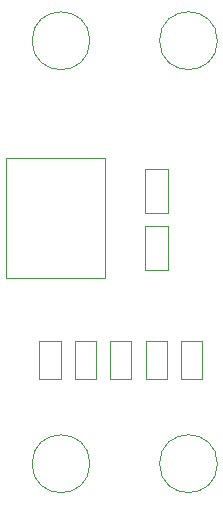
<source format=gbr>
%TF.GenerationSoftware,KiCad,Pcbnew,(5.1.10)-1*%
%TF.CreationDate,2021-05-17T17:41:51-05:00*%
%TF.ProjectId,YMDK_USB_C,594d444b-5f55-4534-925f-432e6b696361,rev?*%
%TF.SameCoordinates,Original*%
%TF.FileFunction,Other,User*%
%FSLAX46Y46*%
G04 Gerber Fmt 4.6, Leading zero omitted, Abs format (unit mm)*
G04 Created by KiCad (PCBNEW (5.1.10)-1) date 2021-05-17 17:41:51*
%MOMM*%
%LPD*%
G01*
G04 APERTURE LIST*
%ADD10C,0.050000*%
%ADD11C,0.120000*%
G04 APERTURE END LIST*
D10*
%TO.C,J1*%
X136680000Y-73618000D02*
X136680000Y-63418000D01*
X128250000Y-73618000D02*
X136680000Y-73618000D01*
X128250000Y-63418000D02*
X128250000Y-73618000D01*
X136680000Y-63418000D02*
X128250000Y-63418000D01*
%TO.C,H2*%
X135387000Y-53492500D02*
G75*
G03*
X135387000Y-53492500I-2450000J0D01*
G01*
%TO.C,H1*%
X146182000Y-53492500D02*
G75*
G03*
X146182000Y-53492500I-2450000J0D01*
G01*
%TO.C,H4*%
X146182000Y-89306500D02*
G75*
G03*
X146182000Y-89306500I-2450000J0D01*
G01*
%TO.C,H3*%
X135387000Y-89306500D02*
G75*
G03*
X135387000Y-89306500I-2450000J0D01*
G01*
D11*
%TO.C,J2_5*%
X131100000Y-82100000D02*
X131100000Y-78900000D01*
X131100000Y-78900000D02*
X132900000Y-78900000D01*
X132900000Y-78900000D02*
X132900000Y-82100000D01*
X132900000Y-82100000D02*
X131100000Y-82100000D01*
%TO.C,J2_4*%
X134100000Y-82100000D02*
X134100000Y-78900000D01*
X134100000Y-78900000D02*
X135900000Y-78900000D01*
X135900000Y-78900000D02*
X135900000Y-82100000D01*
X135900000Y-82100000D02*
X134100000Y-82100000D01*
%TO.C,J2_3*%
X138900000Y-78900000D02*
X138900000Y-82100000D01*
X138900000Y-82100000D02*
X137100000Y-82100000D01*
X137100000Y-82100000D02*
X137100000Y-78900000D01*
X137100000Y-78900000D02*
X138900000Y-78900000D01*
%TO.C,J2_2*%
X140100000Y-82100000D02*
X140100000Y-78900000D01*
X140100000Y-78900000D02*
X141900000Y-78900000D01*
X141900000Y-78900000D02*
X141900000Y-82100000D01*
X141900000Y-82100000D02*
X140100000Y-82100000D01*
%TO.C,J2_1*%
X144900000Y-78900000D02*
X144900000Y-82100000D01*
X144900000Y-82100000D02*
X143100000Y-82100000D01*
X143100000Y-82100000D02*
X143100000Y-78900000D01*
X143100000Y-78900000D02*
X144900000Y-78900000D01*
D10*
%TO.C,R2*%
X140060000Y-69210000D02*
X141960000Y-69210000D01*
X141960000Y-69210000D02*
X141960000Y-72910000D01*
X141960000Y-72910000D02*
X140060000Y-72910000D01*
X140060000Y-72910000D02*
X140060000Y-69210000D01*
%TO.C,R1*%
X141960000Y-68050000D02*
X140060000Y-68050000D01*
X140060000Y-68050000D02*
X140060000Y-64350000D01*
X140060000Y-64350000D02*
X141960000Y-64350000D01*
X141960000Y-64350000D02*
X141960000Y-68050000D01*
%TD*%
M02*

</source>
